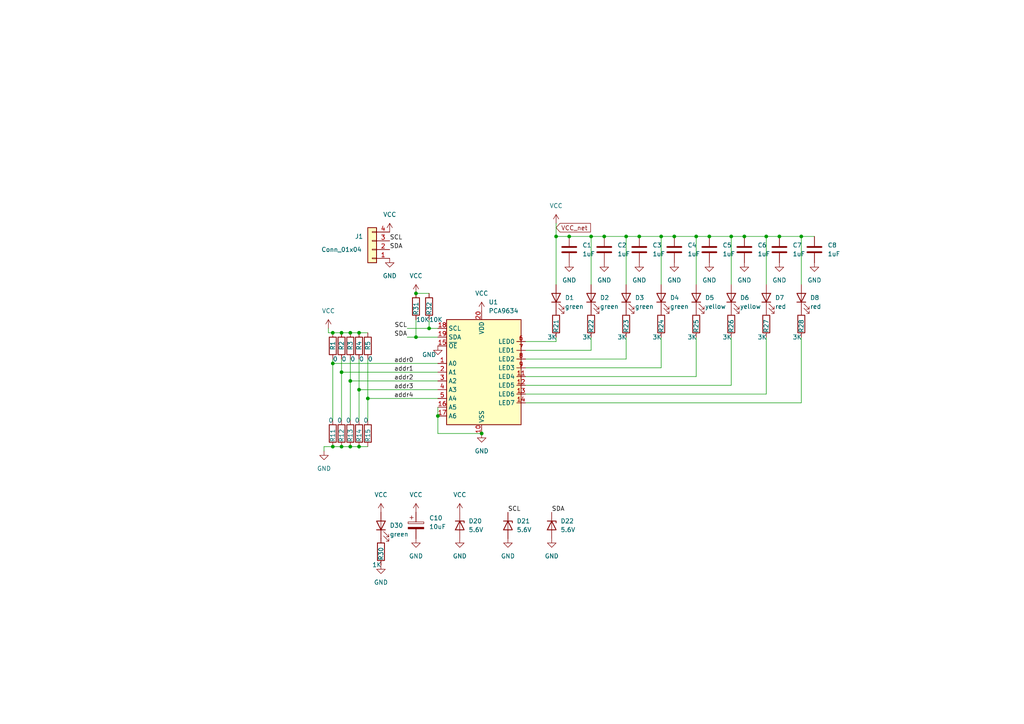
<source format=kicad_sch>
(kicad_sch (version 20211123) (generator eeschema)
  (paper "A4")
  (lib_symbols
    (symbol "Connector_Generic:Conn_01x04" (pin_names (offset 1.016) hide)
      (property "Reference" "J" (at 0 5.08 0))
      (property "Value" "Conn_01x04" (at 0 -7.62 0))
      (symbol "Conn_01x04_1_1"
        (rectangle (start -1.27 -4.953) (end 0 -5.207) (stroke (width 0.1524)))
        (rectangle (start -1.27 -2.413) (end 0 -2.667) (stroke (width 0.1524)))
        (rectangle (start -1.27 0.127) (end 0 -0.127) (stroke (width 0.1524)))
        (rectangle (start -1.27 2.667) (end 0 2.413) (stroke (width 0.1524)))
        (rectangle (start -1.27 3.81) (end 1.27 -6.35) (stroke (width 0.254)) (fill (type background)))
        (pin passive line (at -5.08 2.54 0) (length 3.81) (name "Pin_1") (number "1"))
        (pin passive line (at -5.08 0 0) (length 3.81) (name "Pin_2") (number "2"))
        (pin passive line (at -5.08 -2.54 0) (length 3.81) (name "Pin_3") (number "3"))
        (pin passive line (at -5.08 -5.08 0) (length 3.81) (name "Pin_4") (number "4"))
      )
    )
    (symbol "Device:C" (pin_numbers hide) (pin_names (offset 0.254))
      (property "Reference" "C" (at 0.635 2.54 0))
      (property "Value" "C" (at 0.635 -2.54 0))
      (symbol "C_0_1"
        (polyline (pts (xy -2.032 -0.762) (xy 2.032 -0.762)) (stroke (width 0.508)))
        (polyline (pts (xy -2.032 0.762) (xy 2.032 0.762)) (stroke (width 0.508)))
      )
      (symbol "C_1_1"
        (pin passive line (at 0 3.81 270) (length 2.794) (name "~") (number "1"))
        (pin passive line (at 0 -3.81 90) (length 2.794) (name "~") (number "2"))
      )
    )
    (symbol "Device:C_Polarized" (pin_numbers hide) (pin_names (offset 0.254))
      (property "Reference" "C" (at 0.635 2.54 0))
      (property "Value" "C_Polarized" (at 0.635 -2.54 0))
      (symbol "C_Polarized_0_1"
        (rectangle (start -2.286 0.508) (end 2.286 1.016))
        (polyline (pts (xy -1.778 2.286) (xy -0.762 2.286)))
        (polyline (pts (xy -1.27 2.794) (xy -1.27 1.778)))
        (rectangle (start 2.286 -0.508) (end -2.286 -1.016) (fill (type outline)))
      )
      (symbol "C_Polarized_1_1"
        (pin passive line (at 0 3.81 270) (length 2.794) (name "~") (number "1"))
        (pin passive line (at 0 -3.81 90) (length 2.794) (name "~") (number "2"))
      )
    )
    (symbol "Device:D_Zener" (pin_numbers hide) (pin_names (offset 1.016) hide)
      (property "Reference" "D" (at 0 2.54 0))
      (property "Value" "D_Zener" (at 0 -2.54 0))
      (symbol "D_Zener_0_1"
        (polyline (pts (xy 1.27 0) (xy -1.27 0)))
        (polyline (pts (xy -1.27 -1.27) (xy -1.27 1.27) (xy -0.762 1.27)) (stroke (width 0.254)))
        (polyline (pts (xy 1.27 -1.27) (xy 1.27 1.27) (xy -1.27 0) (xy 1.27 -1.27)) (stroke (width 0.254)))
      )
      (symbol "D_Zener_1_1"
        (pin passive line (at -3.81 0 0) (length 2.54) (name "K") (number "1"))
        (pin passive line (at 3.81 0 180) (length 2.54) (name "A") (number "2"))
      )
    )
    (symbol "Device:LED" (pin_numbers hide) (pin_names (offset 1.016) hide)
      (property "Reference" "D" (at 0 2.54 0))
      (property "Value" "LED" (at 0 -2.54 0))
      (symbol "LED_0_1"
        (polyline (pts (xy -1.27 -1.27) (xy -1.27 1.27)) (stroke (width 0.254)))
        (polyline (pts (xy -1.27 0) (xy 1.27 0)))
        (polyline (pts (xy 1.27 -1.27) (xy 1.27 1.27) (xy -1.27 0) (xy 1.27 -1.27)) (stroke (width 0.254)))
        (polyline (pts (xy -3.048 -0.762) (xy -4.572 -2.286) (xy -3.81 -2.286) (xy -4.572 -2.286) (xy -4.572 -1.524)))
        (polyline (pts (xy -1.778 -0.762) (xy -3.302 -2.286) (xy -2.54 -2.286) (xy -3.302 -2.286) (xy -3.302 -1.524)))
      )
      (symbol "LED_1_1"
        (pin passive line (at -3.81 0 0) (length 2.54) (name "K") (number "1"))
        (pin passive line (at 3.81 0 180) (length 2.54) (name "A") (number "2"))
      )
    )
    (symbol "Device:R" (pin_numbers hide) (pin_names (offset 0))
      (property "Reference" "R" (at 2.032 0 90))
      (property "Value" "R" (at 0 0 90))
      (symbol "R_0_1"
        (rectangle (start -1.016 -2.54) (end 1.016 2.54) (stroke (width 0.254)))
      )
      (symbol "R_1_1"
        (pin passive line (at 0 3.81 270) (length 1.27) (name "~") (number "1"))
        (pin passive line (at 0 -3.81 90) (length 1.27) (name "~") (number "2"))
      )
    )
    (symbol "Driver_LED:PCA9634"
      (property "Reference" "U" (at -10.16 24.13 0))
      (property "Value" "PCA9634" (at 2.54 -8.89 0))
      (symbol "PCA9634_0_1"
        (rectangle (start -10.16 22.86) (end 11.43 -7.62) (stroke (width 0.254)) (fill (type background)))
      )
      (symbol "PCA9634_1_1"
        (pin input line (at -12.7 10.16 0) (length 2.54) (name "A0") (number "1"))
        (pin power_in line (at 0 -10.16 90) (length 2.54) (name "VSS") (number "10"))
        (pin output line (at 12.7 6.35 180) (length 2.54) (name "LED4") (number "11"))
        (pin output line (at 12.7 3.81 180) (length 2.54) (name "LED5") (number "12"))
        (pin output line (at 12.7 1.27 180) (length 2.54) (name "LED6") (number "13"))
        (pin output line (at 12.7 -1.27 180) (length 2.54) (name "LED7") (number "14"))
        (pin input line (at -12.7 15.24 0) (length 2.54) (name "~{OE}") (number "15"))
        (pin input line (at -12.7 -2.54 0) (length 2.54) (name "A5") (number "16"))
        (pin input line (at -12.7 -5.08 0) (length 2.54) (name "A6") (number "17"))
        (pin input line (at -12.7 20.32 0) (length 2.54) (name "SCL") (number "18"))
        (pin bidirectional line (at -12.7 17.78 0) (length 2.54) (name "SDA") (number "19"))
        (pin input line (at -12.7 7.62 0) (length 2.54) (name "A1") (number "2"))
        (pin power_in line (at 0 25.4 270) (length 2.54) (name "VDD") (number "20"))
        (pin input line (at -12.7 5.08 0) (length 2.54) (name "A2") (number "3"))
        (pin input line (at -12.7 2.54 0) (length 2.54) (name "A3") (number "4"))
        (pin input line (at -12.7 0 0) (length 2.54) (name "A4") (number "5"))
        (pin output line (at 12.7 16.51 180) (length 2.54) (name "LED0") (number "6"))
        (pin output line (at 12.7 13.97 180) (length 2.54) (name "LED1") (number "7"))
        (pin output line (at 12.7 11.43 180) (length 2.54) (name "LED2") (number "8"))
        (pin output line (at 12.7 8.89 180) (length 2.54) (name "LED3") (number "9"))
      )
    )
    (symbol "power:GND" (power) (pin_names (offset 0))
      (property "Value" "GND" (at 0 -3.81 0))
      (symbol "GND_0_1"
        (polyline (pts (xy 0 0) (xy 0 -1.27) (xy 1.27 -1.27) (xy 0 -2.54) (xy -1.27 -1.27) (xy 0 -1.27)))
      )
      (symbol "GND_1_1"
        (pin power_in line (at 0 0 270) (length 0) hide (name "GND") (number "1"))
      )
    )
    (symbol "power:VCC" (power) (pin_names (offset 0))
      (property "Value" "VCC" (at 0 3.81 0))
      (symbol "VCC_0_1"
        (polyline (pts (xy -0.762 1.27) (xy 0 2.54)))
        (polyline (pts (xy 0 0) (xy 0 2.54)))
        (polyline (pts (xy 0 2.54) (xy 0.762 1.27)))
      )
      (symbol "VCC_1_1"
        (pin power_in line (at 0 0 90) (length 0) hide (name "VCC") (number "1"))
      )
    )
  )
  (junction (at 120.65 97.79))
  (junction (at 232.41 68.58))
  (junction (at 99.06 96.52))
  (junction (at 175.26 68.58))
  (junction (at 99.06 129.54))
  (junction (at 181.61 68.58))
  (junction (at 212.09 68.58))
  (junction (at 120.65 85.09))
  (junction (at 215.9 68.58))
  (junction (at 104.14 113.03))
  (junction (at 101.6 129.54))
  (junction (at 226.06 68.58))
  (junction (at 104.14 129.54))
  (junction (at 139.7 125.73))
  (junction (at 222.25 68.58))
  (junction (at 101.6 96.52))
  (junction (at 127 120.65))
  (junction (at 99.06 107.95))
  (junction (at 124.46 95.25))
  (junction (at 96.52 96.52))
  (junction (at 191.77 68.58))
  (junction (at 101.6 110.49))
  (junction (at 104.14 96.52))
  (junction (at 106.68 115.57))
  (junction (at 171.45 68.58))
  (junction (at 201.93 68.58))
  (junction (at 96.52 105.41))
  (junction (at 165.1 68.58))
  (junction (at 185.42 68.58))
  (junction (at 195.58 68.58))
  (junction (at 161.29 68.58))
  (junction (at 96.52 129.54))
  (junction (at 205.74 68.58))
  (wire (pts (xy 232.41 68.58) (xy 232.41 82.55)))
  (wire (pts (xy 161.29 99.06) (xy 161.29 97.79)))
  (wire (pts (xy 152.4 99.06) (xy 161.29 99.06)))
  (wire (pts (xy 104.14 121.92) (xy 104.14 113.03)))
  (wire (pts (xy 226.06 68.58) (xy 232.41 68.58)))
  (wire (pts (xy 201.93 68.58) (xy 205.74 68.58)))
  (wire (pts (xy 120.65 97.79) (xy 127 97.79)))
  (wire (pts (xy 95.25 96.52) (xy 96.52 96.52)))
  (wire (pts (xy 205.74 68.58) (xy 212.09 68.58)))
  (wire (pts (xy 152.4 114.3) (xy 222.25 114.3)))
  (wire (pts (xy 99.06 104.14) (xy 99.06 107.95)))
  (wire (pts (xy 226.06 68.58) (xy 222.25 68.58)))
  (wire (pts (xy 191.77 68.58) (xy 191.77 82.55)))
  (wire (pts (xy 106.68 115.57) (xy 127 115.57)))
  (wire (pts (xy 101.6 104.14) (xy 101.6 110.49)))
  (wire (pts (xy 215.9 68.58) (xy 222.25 68.58)))
  (wire (pts (xy 171.45 68.58) (xy 175.26 68.58)))
  (wire (pts (xy 161.29 64.77) (xy 161.29 68.58)))
  (wire (pts (xy 212.09 97.79) (xy 212.09 111.76)))
  (wire (pts (xy 101.6 110.49) (xy 127 110.49)))
  (wire (pts (xy 124.46 95.25) (xy 127 95.25)))
  (wire (pts (xy 161.29 68.58) (xy 165.1 68.58)))
  (wire (pts (xy 120.65 85.09) (xy 124.46 85.09)))
  (wire (pts (xy 181.61 97.79) (xy 181.61 104.14)))
  (wire (pts (xy 152.4 104.14) (xy 181.61 104.14)))
  (wire (pts (xy 104.14 96.52) (xy 106.68 96.52)))
  (wire (pts (xy 212.09 111.76) (xy 152.4 111.76)))
  (wire (pts (xy 101.6 121.92) (xy 101.6 110.49)))
  (wire (pts (xy 96.52 121.92) (xy 96.52 105.41)))
  (wire (pts (xy 185.42 68.58) (xy 181.61 68.58)))
  (wire (pts (xy 127 125.73) (xy 139.7 125.73)))
  (wire (pts (xy 96.52 129.54) (xy 99.06 129.54)))
  (wire (pts (xy 212.09 82.55) (xy 212.09 68.58)))
  (wire (pts (xy 106.68 121.92) (xy 106.68 115.57)))
  (wire (pts (xy 127 120.65) (xy 127 125.73)))
  (wire (pts (xy 95.25 95.25) (xy 95.25 96.52)))
  (wire (pts (xy 171.45 97.79) (xy 171.45 101.6)))
  (wire (pts (xy 222.25 68.58) (xy 222.25 82.55)))
  (wire (pts (xy 124.46 92.71) (xy 124.46 95.25)))
  (wire (pts (xy 118.11 95.25) (xy 124.46 95.25)))
  (wire (pts (xy 152.4 106.68) (xy 191.77 106.68)))
  (wire (pts (xy 185.42 68.58) (xy 191.77 68.58)))
  (wire (pts (xy 191.77 97.79) (xy 191.77 106.68)))
  (wire (pts (xy 104.14 113.03) (xy 127 113.03)))
  (wire (pts (xy 222.25 97.79) (xy 222.25 114.3)))
  (wire (pts (xy 99.06 107.95) (xy 127 107.95)))
  (wire (pts (xy 152.4 101.6) (xy 171.45 101.6)))
  (wire (pts (xy 101.6 96.52) (xy 104.14 96.52)))
  (wire (pts (xy 201.93 97.79) (xy 201.93 109.22)))
  (wire (pts (xy 232.41 97.79) (xy 232.41 116.84)))
  (wire (pts (xy 99.06 107.95) (xy 99.06 121.92)))
  (wire (pts (xy 96.52 105.41) (xy 127 105.41)))
  (wire (pts (xy 99.06 129.54) (xy 101.6 129.54)))
  (wire (pts (xy 201.93 109.22) (xy 152.4 109.22)))
  (wire (pts (xy 96.52 96.52) (xy 99.06 96.52)))
  (wire (pts (xy 181.61 68.58) (xy 181.61 82.55)))
  (wire (pts (xy 232.41 68.58) (xy 236.22 68.58)))
  (wire (pts (xy 93.98 130.81) (xy 93.98 129.54)))
  (wire (pts (xy 120.65 92.71) (xy 120.65 97.79)))
  (wire (pts (xy 191.77 68.58) (xy 195.58 68.58)))
  (wire (pts (xy 195.58 68.58) (xy 201.93 68.58)))
  (wire (pts (xy 165.1 68.58) (xy 171.45 68.58)))
  (wire (pts (xy 106.68 104.14) (xy 106.68 115.57)))
  (wire (pts (xy 104.14 129.54) (xy 106.68 129.54)))
  (wire (pts (xy 96.52 104.14) (xy 96.52 105.41)))
  (wire (pts (xy 101.6 129.54) (xy 104.14 129.54)))
  (wire (pts (xy 232.41 116.84) (xy 152.4 116.84)))
  (wire (pts (xy 201.93 82.55) (xy 201.93 68.58)))
  (wire (pts (xy 93.98 129.54) (xy 96.52 129.54)))
  (wire (pts (xy 161.29 68.58) (xy 161.29 82.55)))
  (wire (pts (xy 118.11 97.79) (xy 120.65 97.79)))
  (wire (pts (xy 175.26 68.58) (xy 181.61 68.58)))
  (wire (pts (xy 104.14 104.14) (xy 104.14 113.03)))
  (wire (pts (xy 171.45 68.58) (xy 171.45 82.55)))
  (wire (pts (xy 99.06 96.52) (xy 101.6 96.52)))
  (wire (pts (xy 127 118.11) (xy 127 120.65)))
  (wire (pts (xy 212.09 68.58) (xy 215.9 68.58)))
  (label "SDA" (at 113.03 72.39 0))
  (label "addr4" (at 114.3 115.57 0))
  (label "SDA" (at 160.02 148.59 0))
  (label "SCL" (at 118.11 95.25 180))
  (label "addr0" (at 114.3 105.41 0))
  (label "SDA" (at 118.11 97.79 180))
  (label "SCL" (at 113.03 69.85 0))
  (label "SCL" (at 147.32 148.59 0))
  (label "addr2" (at 114.3 110.49 0))
  (label "addr3" (at 114.3 113.03 0))
  (label "addr1" (at 114.3 107.95 0))
  (global_label "VCC_net" (shape input) (at 161.29 66.04 0) (property "Intersheet References" "${INTERSHEET_REFS}" (effects hide)))
  (symbol (lib_id "Device:C") (at 215.9 72.39 0) (unit 1)
    (property "Reference" "C6" (at 219.71 71.1199 0) (effects (justify left)))
    (property "Value" "1uF" (at 219.71 73.6599 0) (effects (justify left)))
    (property "Footprint" "Capacitor_SMD:C_0805_2012Metric" (effects hide))
  )
  (symbol (lib_id "power:GND") (at 133.35 156.21 0) (unit 1)
    (property "Reference" "#PWR0121" (effects hide))
    (property "Value" "GND" (at 133.35 161.29 0))
  )
  (symbol (lib_id "Device:R") (at 96.52 125.73 0) (unit 1)
    (property "Reference" "R11" (at 96.52 128.27 90) (effects (justify left)))
    (property "Value" "0" (at 95.25 121.92 0) (effects (justify left)))
    (property "Footprint" "Resistor_SMD:R_0402_1005Metric" (effects hide))
  )
  (symbol (lib_id "Device:D_Zener") (at 133.35 152.4 270) (unit 1)
    (property "Reference" "D20" (at 135.89 151.1299 90) (effects (justify left)))
    (property "Value" "5.6V" (at 135.89 153.6699 90) (effects (justify left)))
    (property "Footprint" "Diode_SMD:D_0402_1005Metric_Pad0.77x0.64mm_HandSolder" (effects hide))
  )
  (symbol (lib_id "Device:R") (at 106.68 100.33 0) (unit 1)
    (property "Reference" "R5" (at 106.68 101.6 90) (effects (justify left)))
    (property "Value" "0" (at 106.68 104.14 0) (effects (justify left)))
    (property "Footprint" "Resistor_SMD:R_0402_1005Metric" (effects hide))
  )
  (symbol (lib_id "power:VCC") (at 139.7 90.17 0) (unit 1)
    (property "Reference" "#PWR0105" (effects hide))
    (property "Value" "VCC" (at 139.7 85.09 0))
  )
  (symbol (lib_id "Device:C") (at 226.06 72.39 0) (unit 1)
    (property "Reference" "C7" (at 229.87 71.1199 0) (effects (justify left)))
    (property "Value" "1uF" (at 229.87 73.6599 0) (effects (justify left)))
    (property "Footprint" "Capacitor_SMD:C_0805_2012Metric" (effects hide))
  )
  (symbol (lib_id "power:GND") (at 120.65 156.21 0) (unit 1)
    (property "Reference" "#PWR0118" (effects hide))
    (property "Value" "GND" (at 120.65 161.29 0))
  )
  (symbol (lib_id "Device:LED") (at 181.61 86.36 90) (unit 1)
    (property "Reference" "D3" (at 184.15 86.36 90) (effects (justify right)))
    (property "Value" "green" (at 184.15 88.9 90) (effects (justify right)))
    (property "Footprint" "LED_SMD:LED_0805_2012Metric" (effects hide))
  )
  (symbol (lib_id "Connector_Generic:Conn_01x04") (at 107.95 72.39 180) (unit 1)
    (property "Reference" "J1" (at 104.14 68.58 0))
    (property "Value" "Conn_01x04" (at 99.06 72.39 0))
    (property "Footprint" "Connector_PinHeader_2.54mm:PinHeader_1x04_P2.54mm_Vertical" (effects hide))
  )
  (symbol (lib_id "Device:C") (at 205.74 72.39 0) (unit 1)
    (property "Reference" "C5" (at 209.55 71.1199 0) (effects (justify left)))
    (property "Value" "1uF" (at 209.55 73.6599 0) (effects (justify left)))
    (property "Footprint" "Capacitor_SMD:C_0805_2012Metric" (effects hide))
  )
  (symbol (lib_id "Device:R") (at 101.6 125.73 0) (unit 1)
    (property "Reference" "R13" (at 101.6 128.27 90) (effects (justify left)))
    (property "Value" "0" (at 100.33 121.92 0) (effects (justify left)))
    (property "Footprint" "Resistor_SMD:R_0402_1005Metric" (effects hide))
  )
  (symbol (lib_id "Device:LED") (at 232.41 86.36 90) (unit 1)
    (property "Reference" "D8" (at 234.95 86.36 90) (effects (justify right)))
    (property "Value" "red" (at 234.95 88.9 90) (effects (justify right)))
    (property "Footprint" "LED_SMD:LED_0805_2012Metric" (effects hide))
  )
  (symbol (lib_id "Device:D_Zener") (at 147.32 152.4 270) (unit 1)
    (property "Reference" "D21" (at 149.86 151.1299 90) (effects (justify left)))
    (property "Value" "5.6V" (at 149.86 153.6699 90) (effects (justify left)))
    (property "Footprint" "Diode_SMD:D_0402_1005Metric_Pad0.77x0.64mm_HandSolder" (effects hide))
  )
  (symbol (lib_id "Device:C") (at 185.42 72.39 0) (unit 1)
    (property "Reference" "C3" (at 189.23 71.1199 0) (effects (justify left)))
    (property "Value" "1uF" (at 189.23 73.6599 0) (effects (justify left)))
    (property "Footprint" "Capacitor_SMD:C_0805_2012Metric" (effects hide))
  )
  (symbol (lib_id "power:VCC") (at 95.25 95.25 0) (unit 1)
    (property "Reference" "#PWR0111" (effects hide))
    (property "Value" "VCC" (at 95.25 90.17 0))
  )
  (symbol (lib_id "Device:LED") (at 191.77 86.36 90) (unit 1)
    (property "Reference" "D4" (at 194.31 86.36 90) (effects (justify right)))
    (property "Value" "green" (at 194.31 88.9 90) (effects (justify right)))
    (property "Footprint" "LED_SMD:LED_0805_2012Metric" (effects hide))
  )
  (symbol (lib_id "Device:C_Polarized") (at 120.65 152.4 0) (unit 1)
    (property "Reference" "C10" (at 124.46 150.2409 0) (effects (justify left)))
    (property "Value" "10uF" (at 124.46 152.7809 0) (effects (justify left)))
    (property "Footprint" "Capacitor_SMD:C_Elec_6.3x5.4" (effects hide))
  )
  (symbol (lib_id "Device:R") (at 99.06 100.33 0) (unit 1)
    (property "Reference" "R2" (at 99.06 101.6 90) (effects (justify left)))
    (property "Value" "0" (at 99.06 104.14 0) (effects (justify left)))
    (property "Footprint" "Resistor_SMD:R_0402_1005Metric" (effects hide))
  )
  (symbol (lib_id "power:GND") (at 127 100.33 0) (unit 1)
    (property "Reference" "#PWR0106" (effects hide))
    (property "Value" "GND" (at 124.46 102.87 0))
  )
  (symbol (lib_id "power:VCC") (at 113.03 67.31 0) (unit 1)
    (property "Reference" "#PWR0109" (effects hide))
    (property "Value" "VCC" (at 113.03 62.23 0))
  )
  (symbol (lib_id "Device:R") (at 104.14 100.33 0) (unit 1)
    (property "Reference" "R4" (at 104.14 101.6 90) (effects (justify left)))
    (property "Value" "0" (at 104.14 104.14 0) (effects (justify left)))
    (property "Footprint" "Resistor_SMD:R_0402_1005Metric" (effects hide))
  )
  (symbol (lib_id "Device:LED") (at 110.49 152.4 90) (unit 1)
    (property "Reference" "D30" (at 113.03 152.4 90) (effects (justify right)))
    (property "Value" "green" (at 113.03 154.94 90) (effects (justify right)))
    (property "Footprint" "LED_SMD:LED_0805_2012Metric" (effects hide))
  )
  (symbol (lib_id "Device:R") (at 104.14 125.73 0) (unit 1)
    (property "Reference" "R14" (at 104.14 128.27 90) (effects (justify left)))
    (property "Value" "0" (at 102.87 121.92 0) (effects (justify left)))
    (property "Footprint" "Resistor_SMD:R_0402_1005Metric" (effects hide))
  )
  (symbol (lib_id "Device:R") (at 212.09 93.98 0) (unit 1)
    (property "Reference" "R26" (at 212.09 96.52 90) (effects (justify left)))
    (property "Value" "3K" (at 209.55 97.79 0) (effects (justify left)))
    (property "Footprint" "Resistor_SMD:R_0805_2012Metric" (effects hide))
  )
  (symbol (lib_id "Device:R") (at 96.52 100.33 0) (unit 1)
    (property "Reference" "R1" (at 96.52 101.6 90) (effects (justify left)))
    (property "Value" "0" (at 96.52 104.14 0) (effects (justify left)))
    (property "Footprint" "Resistor_SMD:R_0402_1005Metric" (effects hide))
  )
  (symbol (lib_id "power:GND") (at 175.26 76.2 0) (unit 1)
    (property "Reference" "#PWR0113" (effects hide))
    (property "Value" "GND" (at 175.26 81.28 0))
  )
  (symbol (lib_id "power:GND") (at 93.98 130.81 0) (unit 1)
    (property "Reference" "#PWR0102" (effects hide))
    (property "Value" "GND" (at 93.98 135.89 0))
  )
  (symbol (lib_id "Device:R") (at 124.46 88.9 0) (unit 1)
    (property "Reference" "R32" (at 124.46 91.44 90) (effects (justify left)))
    (property "Value" "10K" (at 124.46 92.71 0) (effects (justify left)))
    (property "Footprint" "Resistor_THT:R_Axial_DIN0207_L6.3mm_D2.5mm_P7.62mm_Horizontal" (effects hide))
  )
  (symbol (lib_id "power:VCC") (at 120.65 148.59 0) (unit 1)
    (property "Reference" "#PWR0119" (effects hide))
    (property "Value" "VCC" (at 120.65 143.51 0))
  )
  (symbol (lib_id "Device:R") (at 110.49 160.02 0) (unit 1)
    (property "Reference" "R30" (at 110.49 162.56 90) (effects (justify left)))
    (property "Value" "1K" (at 107.95 163.83 0) (effects (justify left)))
    (property "Footprint" "Resistor_SMD:R_0805_2012Metric" (effects hide))
  )
  (symbol (lib_id "power:GND") (at 185.42 76.2 0) (unit 1)
    (property "Reference" "#PWR0112" (effects hide))
    (property "Value" "GND" (at 185.42 81.28 0))
  )
  (symbol (lib_id "power:GND") (at 139.7 125.73 0) (unit 1)
    (property "Reference" "#PWR0101" (effects hide))
    (property "Value" "GND" (at 139.7 130.81 0))
  )
  (symbol (lib_id "Device:C") (at 195.58 72.39 0) (unit 1)
    (property "Reference" "C4" (at 199.39 71.1199 0) (effects (justify left)))
    (property "Value" "1uF" (at 199.39 73.6599 0) (effects (justify left)))
    (property "Footprint" "Capacitor_SMD:C_0805_2012Metric" (effects hide))
  )
  (symbol (lib_id "Device:C") (at 236.22 72.39 0) (unit 1)
    (property "Reference" "C8" (at 240.03 71.1199 0) (effects (justify left)))
    (property "Value" "1uF" (at 240.03 73.6599 0) (effects (justify left)))
    (property "Footprint" "Capacitor_SMD:C_0805_2012Metric" (effects hide))
  )
  (symbol (lib_id "Device:R") (at 232.41 93.98 0) (unit 1)
    (property "Reference" "R28" (at 232.41 96.52 90) (effects (justify left)))
    (property "Value" "3K" (at 229.87 97.79 0) (effects (justify left)))
    (property "Footprint" "Resistor_SMD:R_0805_2012Metric" (effects hide))
  )
  (symbol (lib_id "Device:R") (at 120.65 88.9 0) (unit 1)
    (property "Reference" "R31" (at 120.65 91.44 90) (effects (justify left)))
    (property "Value" "10K" (at 120.65 92.71 0) (effects (justify left)))
    (property "Footprint" "Resistor_THT:R_Axial_DIN0207_L6.3mm_D2.5mm_P7.62mm_Horizontal" (effects hide))
  )
  (symbol (lib_id "power:VCC") (at 161.29 64.77 0) (unit 1)
    (property "Reference" "#PWR0103" (effects hide))
    (property "Value" "VCC" (at 161.29 59.69 0))
  )
  (symbol (lib_id "power:GND") (at 226.06 76.2 0) (unit 1)
    (property "Reference" "#PWR0116" (effects hide))
    (property "Value" "GND" (at 226.06 81.28 0))
  )
  (symbol (lib_id "Device:R") (at 101.6 100.33 0) (unit 1)
    (property "Reference" "R3" (at 101.6 101.6 90) (effects (justify left)))
    (property "Value" "0" (at 101.6 104.14 0) (effects (justify left)))
    (property "Footprint" "Resistor_SMD:R_0402_1005Metric" (effects hide))
  )
  (symbol (lib_id "Device:D_Zener") (at 160.02 152.4 270) (unit 1)
    (property "Reference" "D22" (at 162.56 151.1299 90) (effects (justify left)))
    (property "Value" "5.6V" (at 162.56 153.6699 90) (effects (justify left)))
    (property "Footprint" "Diode_SMD:D_0402_1005Metric_Pad0.77x0.64mm_HandSolder" (effects hide))
  )
  (symbol (lib_id "power:GND") (at 160.02 156.21 0) (unit 1)
    (property "Reference" "#PWR0123" (effects hide))
    (property "Value" "GND" (at 160.02 161.29 0))
  )
  (symbol (lib_id "power:VCC") (at 133.35 148.59 0) (unit 1)
    (property "Reference" "#PWR0120" (effects hide))
    (property "Value" "VCC" (at 133.35 143.51 0))
  )
  (symbol (lib_id "power:GND") (at 215.9 76.2 0) (unit 1)
    (property "Reference" "#PWR0114" (effects hide))
    (property "Value" "GND" (at 215.9 81.28 0))
  )
  (symbol (lib_id "Driver_LED:PCA9634") (at 139.7 115.57 0) (unit 1)
    (property "Reference" "U1" (at 141.7194 87.63 0) (effects (justify left)))
    (property "Value" "PCA9634" (at 141.7194 90.17 0) (effects (justify left)))
    (property "Footprint" "Package_SO:SOIC-20W_7.5x12.8mm_P1.27mm" (effects hide))
    (property "Datasheet" "https://www.nxp.com/docs/en/data-sheet/PCA9634.pdf" (effects hide))
  )
  (symbol (lib_id "power:VCC") (at 120.65 85.09 0) (unit 1)
    (property "Reference" "#PWR0104" (effects hide))
    (property "Value" "VCC" (at 120.65 80.01 0))
  )
  (symbol (lib_id "power:VCC") (at 110.49 148.59 0) (unit 1)
    (property "Reference" "#PWR0125" (effects hide))
    (property "Value" "VCC" (at 110.49 143.51 0))
  )
  (symbol (lib_id "power:GND") (at 205.74 76.2 0) (unit 1)
    (property "Reference" "#PWR0115" (effects hide))
    (property "Value" "GND" (at 205.74 81.28 0))
  )
  (symbol (lib_id "Device:R") (at 222.25 93.98 0) (unit 1)
    (property "Reference" "R27" (at 222.25 96.52 90) (effects (justify left)))
    (property "Value" "3K" (at 219.71 97.79 0) (effects (justify left)))
    (property "Footprint" "Resistor_SMD:R_0805_2012Metric" (effects hide))
  )
  (symbol (lib_id "power:GND") (at 236.22 76.2 0) (unit 1)
    (property "Reference" "#PWR0117" (effects hide))
    (property "Value" "GND" (at 236.22 81.28 0))
  )
  (symbol (lib_id "Device:R") (at 191.77 93.98 0) (unit 1)
    (property "Reference" "R24" (at 191.77 96.52 90) (effects (justify left)))
    (property "Value" "3K" (at 189.23 97.79 0) (effects (justify left)))
    (property "Footprint" "Resistor_SMD:R_0805_2012Metric" (effects hide))
  )
  (symbol (lib_id "Device:C") (at 175.26 72.39 0) (unit 1)
    (property "Reference" "C2" (at 179.07 71.1199 0) (effects (justify left)))
    (property "Value" "1uF" (at 179.07 73.6599 0) (effects (justify left)))
    (property "Footprint" "Capacitor_SMD:C_0805_2012Metric" (effects hide))
  )
  (symbol (lib_id "Device:LED") (at 201.93 86.36 90) (unit 1)
    (property "Reference" "D5" (at 204.47 86.36 90) (effects (justify right)))
    (property "Value" "yellow" (at 204.47 88.9 90) (effects (justify right)))
    (property "Footprint" "LED_SMD:LED_0805_2012Metric" (effects hide))
  )
  (symbol (lib_id "Device:R") (at 201.93 93.98 0) (unit 1)
    (property "Reference" "R25" (at 201.93 96.52 90) (effects (justify left)))
    (property "Value" "3K" (at 199.39 97.79 0) (effects (justify left)))
    (property "Footprint" "Resistor_SMD:R_0805_2012Metric" (effects hide))
  )
  (symbol (lib_id "power:GND") (at 147.32 156.21 0) (unit 1)
    (property "Reference" "#PWR0122" (effects hide))
    (property "Value" "GND" (at 147.32 161.29 0))
  )
  (symbol (lib_id "Device:LED") (at 212.09 86.36 90) (unit 1)
    (property "Reference" "D6" (at 214.63 86.36 90) (effects (justify right)))
    (property "Value" "yellow" (at 214.63 88.9 90) (effects (justify right)))
    (property "Footprint" "LED_SMD:LED_0805_2012Metric" (effects hide))
  )
  (symbol (lib_id "power:GND") (at 165.1 76.2 0) (unit 1)
    (property "Reference" "#PWR0107" (effects hide))
    (property "Value" "GND" (at 165.1 81.28 0))
  )
  (symbol (lib_id "Device:LED") (at 171.45 86.36 90) (unit 1)
    (property "Reference" "D2" (at 173.99 86.36 90) (effects (justify right)))
    (property "Value" "green" (at 173.99 88.9 90) (effects (justify right)))
    (property "Footprint" "LED_SMD:LED_0805_2012Metric" (effects hide))
  )
  (symbol (lib_id "power:GND") (at 195.58 76.2 0) (unit 1)
    (property "Reference" "#PWR0108" (effects hide))
    (property "Value" "GND" (at 195.58 81.28 0))
  )
  (symbol (lib_id "Device:R") (at 99.06 125.73 0) (unit 1)
    (property "Reference" "R12" (at 99.06 128.27 90) (effects (justify left)))
    (property "Value" "0" (at 97.79 121.92 0) (effects (justify left)))
    (property "Footprint" "Resistor_SMD:R_0402_1005Metric" (effects hide))
  )
  (symbol (lib_id "Device:R") (at 106.68 125.73 0) (unit 1)
    (property "Reference" "R15" (at 106.68 128.27 90) (effects (justify left)))
    (property "Value" "0" (at 105.41 121.92 0) (effects (justify left)))
    (property "Footprint" "Resistor_SMD:R_0402_1005Metric" (effects hide))
  )
  (symbol (lib_id "Device:R") (at 181.61 93.98 0) (unit 1)
    (property "Reference" "R23" (at 181.61 96.52 90) (effects (justify left)))
    (property "Value" "3K" (at 179.07 97.79 0) (effects (justify left)))
    (property "Footprint" "Resistor_SMD:R_0805_2012Metric" (effects hide))
  )
  (symbol (lib_id "Device:C") (at 165.1 72.39 0) (unit 1)
    (property "Reference" "C1" (at 168.91 71.1199 0) (effects (justify left)))
    (property "Value" "1uF" (at 168.91 73.6599 0) (effects (justify left)))
    (property "Footprint" "Capacitor_SMD:C_0805_2012Metric" (effects hide))
  )
  (symbol (lib_id "Device:R") (at 161.29 93.98 0) (unit 1)
    (property "Reference" "R21" (at 161.29 96.52 90) (effects (justify left)))
    (property "Value" "3K" (at 158.75 97.79 0) (effects (justify left)))
    (property "Footprint" "Resistor_SMD:R_0805_2012Metric" (effects hide))
  )
  (symbol (lib_id "Device:LED") (at 161.29 86.36 90) (unit 1)
    (property "Reference" "D1" (at 163.83 86.36 90) (effects (justify right)))
    (property "Value" "green" (at 163.83 88.9 90) (effects (justify right)))
    (property "Footprint" "LED_SMD:LED_0805_2012Metric" (effects hide))
  )
  (symbol (lib_id "Device:R") (at 171.45 93.98 0) (unit 1)
    (property "Reference" "R22" (at 171.45 96.52 90) (effects (justify left)))
    (property "Value" "3K" (at 168.91 97.79 0) (effects (justify left)))
    (property "Footprint" "Resistor_SMD:R_0805_2012Metric" (effects hide))
  )
  (symbol (lib_id "power:GND") (at 113.03 74.93 0) (unit 1)
    (property "Reference" "#PWR0110" (effects hide))
    (property "Value" "GND" (at 113.03 80.01 0))
  )
  (symbol (lib_id "power:GND") (at 110.49 163.83 0) (unit 1)
    (property "Reference" "#PWR0124" (effects hide))
    (property "Value" "GND" (at 110.49 168.91 0))
  )
  (symbol (lib_id "Device:LED") (at 222.25 86.36 90) (unit 1)
    (property "Reference" "D7" (at 224.79 86.36 90) (effects (justify right)))
    (property "Value" "red" (at 224.79 88.9 90) (effects (justify right)))
    (property "Footprint" "LED_SMD:LED_0805_2012Metric" (effects hide))
  )
)
</source>
